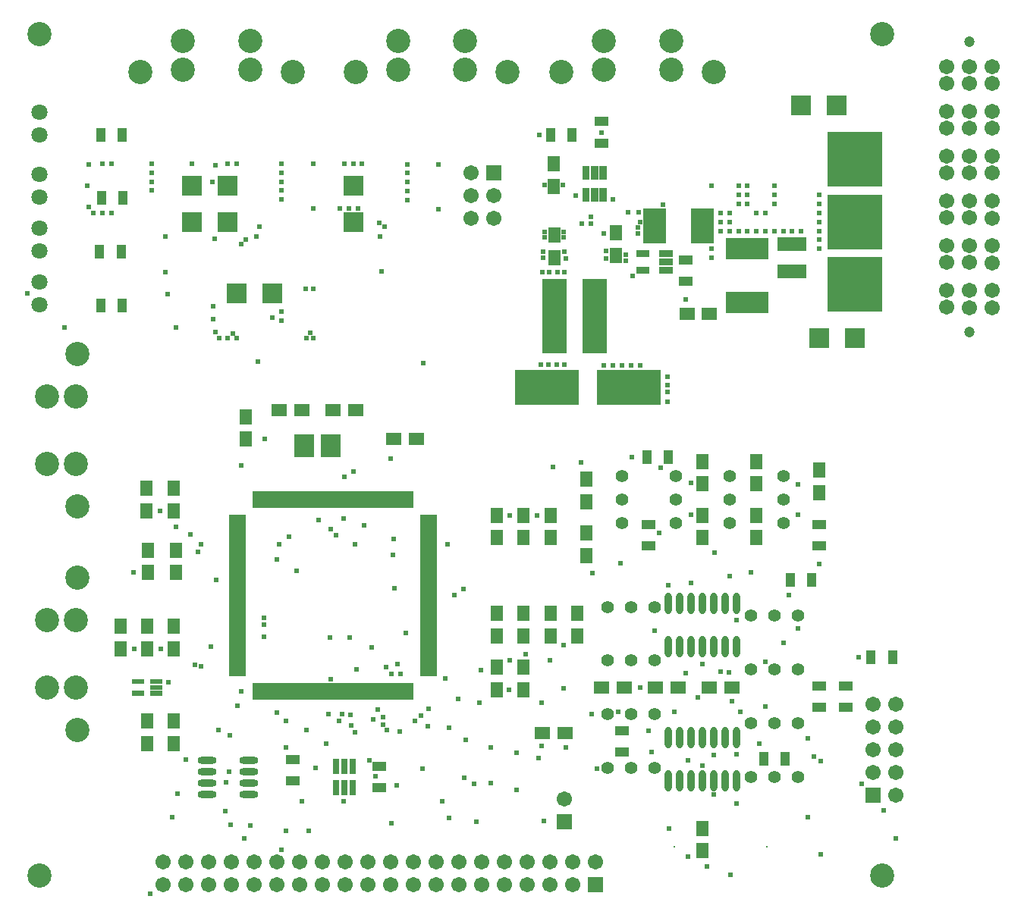
<source format=gts>
G04 Layer_Color=8388736*
%FSLAX25Y25*%
%MOIN*%
G70*
G01*
G75*
%ADD65R,0.12611X0.06312*%
%ADD66R,0.18713X0.09265*%
%ADD67R,0.11036X0.33083*%
%ADD68R,0.24422X0.24422*%
%ADD69R,0.08674X0.08674*%
%ADD70R,0.08674X0.08674*%
%ADD71R,0.08674X0.10249*%
%ADD72O,0.08280X0.03162*%
%ADD73O,0.03162X0.09461*%
%ADD74R,0.03162X0.06706*%
%ADD75R,0.04343X0.05918*%
%ADD76R,0.05918X0.04343*%
%ADD77R,0.05721X0.06706*%
%ADD78R,0.06706X0.05721*%
%ADD79R,0.01981X0.07493*%
%ADD80R,0.07493X0.01981*%
%ADD81R,0.28359X0.15800*%
%ADD82R,0.09855X0.15761*%
%ADD83C,0.07099*%
%ADD84C,0.06706*%
%ADD85C,0.04737*%
%ADD86C,0.10642*%
%ADD87R,0.06706X0.06706*%
%ADD88R,0.06706X0.06706*%
%ADD89C,0.05524*%
%ADD90R,0.00800X0.00800*%
%ADD91C,0.02400*%
G36*
X378109Y374936D02*
X372321D01*
Y377924D01*
X378109D01*
Y374936D01*
D02*
G37*
G36*
X164274Y194420D02*
X158887D01*
Y196607D01*
X164274D01*
Y194420D01*
D02*
G37*
G36*
X388309Y378636D02*
X382521D01*
Y381624D01*
X388309D01*
Y378636D01*
D02*
G37*
G36*
Y374936D02*
X382521D01*
Y377924D01*
X388309D01*
Y374936D01*
D02*
G37*
G36*
X164274Y189220D02*
X158887D01*
Y191407D01*
X164274D01*
Y189220D01*
D02*
G37*
G36*
X156074D02*
X150687D01*
Y191407D01*
X156074D01*
Y189220D01*
D02*
G37*
G36*
Y194420D02*
X150687D01*
Y196607D01*
X156074D01*
Y194420D01*
D02*
G37*
G36*
X164274Y191820D02*
X158887D01*
Y194007D01*
X164274D01*
Y191820D01*
D02*
G37*
G36*
X351969Y416378D02*
X348819D01*
Y422283D01*
X351969D01*
Y416378D01*
D02*
G37*
G36*
X359449Y406496D02*
X356299D01*
Y412402D01*
X359449D01*
Y406496D01*
D02*
G37*
G36*
Y416378D02*
X356299D01*
Y422283D01*
X359449D01*
Y416378D01*
D02*
G37*
G36*
X355709D02*
X352559D01*
Y422283D01*
X355709D01*
Y416378D01*
D02*
G37*
G36*
X388309Y382336D02*
X382521D01*
Y385324D01*
X388309D01*
Y382336D01*
D02*
G37*
G36*
X378109D02*
X372321D01*
Y385324D01*
X378109D01*
Y382336D01*
D02*
G37*
G36*
X355709Y406496D02*
X352559D01*
Y412402D01*
X355709D01*
Y406496D01*
D02*
G37*
G36*
X351969D02*
X348819D01*
Y412402D01*
X351969D01*
Y406496D01*
D02*
G37*
D65*
X440945Y375886D02*
D03*
Y387894D02*
D03*
D66*
X421260Y385925D02*
D03*
Y362106D02*
D03*
D67*
X336417Y356319D02*
D03*
X354134D02*
D03*
D68*
X468504Y370079D02*
D03*
Y397638D02*
D03*
Y425197D02*
D03*
D69*
X468504Y346457D02*
D03*
X452756D02*
D03*
X444882Y448819D02*
D03*
X460630D02*
D03*
X212598Y366142D02*
D03*
X196850D02*
D03*
D70*
X192913Y397638D02*
D03*
Y413386D02*
D03*
X177165Y397638D02*
D03*
Y413386D02*
D03*
X248031Y397638D02*
D03*
Y413386D02*
D03*
D71*
X238189Y299213D02*
D03*
X226378D02*
D03*
D72*
X183661Y161043D02*
D03*
Y156043D02*
D03*
Y151043D02*
D03*
Y146043D02*
D03*
X202165Y161043D02*
D03*
Y156043D02*
D03*
Y151043D02*
D03*
Y146043D02*
D03*
D73*
X416575Y170866D02*
D03*
X411575D02*
D03*
X406575D02*
D03*
X401575D02*
D03*
X396575D02*
D03*
X391575D02*
D03*
X386575D02*
D03*
X416575Y151969D02*
D03*
X411575D02*
D03*
X406575D02*
D03*
X401575D02*
D03*
X396575D02*
D03*
X391575D02*
D03*
X386575D02*
D03*
X416575Y229921D02*
D03*
X411575D02*
D03*
X406575D02*
D03*
X401575D02*
D03*
X396575D02*
D03*
X391575D02*
D03*
X386575D02*
D03*
X416575Y211024D02*
D03*
X411575D02*
D03*
X406575D02*
D03*
X401575D02*
D03*
X396575D02*
D03*
X391575D02*
D03*
X386575D02*
D03*
D74*
X240354Y149016D02*
D03*
X244094D02*
D03*
X247835D02*
D03*
Y158071D02*
D03*
X244094D02*
D03*
X240354D02*
D03*
D75*
X146850Y408268D02*
D03*
X137402D02*
D03*
X146457Y435827D02*
D03*
X137008D02*
D03*
X146063Y384646D02*
D03*
X136614D02*
D03*
X137008Y361024D02*
D03*
X146457D02*
D03*
X377165Y294094D02*
D03*
X386614D02*
D03*
X485039Y206299D02*
D03*
X475591D02*
D03*
X440158Y240158D02*
D03*
X449606D02*
D03*
X437795Y161417D02*
D03*
X428346D02*
D03*
X344094Y436043D02*
D03*
X334646D02*
D03*
D76*
X221457Y151772D02*
D03*
Y161221D02*
D03*
X259449Y158268D02*
D03*
Y148819D02*
D03*
X377953Y264567D02*
D03*
Y255118D02*
D03*
X452756Y193701D02*
D03*
Y184252D02*
D03*
Y264567D02*
D03*
Y255118D02*
D03*
X366142Y164567D02*
D03*
Y174016D02*
D03*
X464567Y193701D02*
D03*
Y184252D02*
D03*
X357087Y441752D02*
D03*
Y432303D02*
D03*
X394094Y371567D02*
D03*
Y381016D02*
D03*
D77*
X350394Y250984D02*
D03*
Y260827D02*
D03*
Y274606D02*
D03*
Y284449D02*
D03*
X425197Y258858D02*
D03*
Y268701D02*
D03*
Y282480D02*
D03*
Y292323D02*
D03*
X401575Y258858D02*
D03*
Y268701D02*
D03*
Y282480D02*
D03*
Y292323D02*
D03*
X346457Y215551D02*
D03*
Y225394D02*
D03*
X401575Y130905D02*
D03*
Y121063D02*
D03*
X322835Y201772D02*
D03*
Y191929D02*
D03*
X145669Y219882D02*
D03*
Y210039D02*
D03*
X157480Y219882D02*
D03*
Y210039D02*
D03*
X169291Y219882D02*
D03*
Y210039D02*
D03*
X157874Y253346D02*
D03*
Y243504D02*
D03*
X334646Y215551D02*
D03*
Y225394D02*
D03*
Y258858D02*
D03*
Y268701D02*
D03*
X157087Y280512D02*
D03*
Y270669D02*
D03*
X322835Y215551D02*
D03*
Y225394D02*
D03*
Y258858D02*
D03*
Y268701D02*
D03*
X169291Y280512D02*
D03*
Y270669D02*
D03*
X170079Y253346D02*
D03*
Y243504D02*
D03*
X157480Y168307D02*
D03*
Y178150D02*
D03*
X311024Y258858D02*
D03*
Y268701D02*
D03*
Y201772D02*
D03*
Y191929D02*
D03*
Y215551D02*
D03*
Y225394D02*
D03*
X169291Y168307D02*
D03*
Y178150D02*
D03*
X452756Y278543D02*
D03*
Y288386D02*
D03*
X200787Y312008D02*
D03*
Y302165D02*
D03*
X336417Y391752D02*
D03*
Y381909D02*
D03*
X363386Y382886D02*
D03*
Y392728D02*
D03*
X336221Y413209D02*
D03*
Y423051D02*
D03*
D78*
X357283Y192913D02*
D03*
X367126D02*
D03*
X380906D02*
D03*
X390748D02*
D03*
X404528Y357283D02*
D03*
X394685D02*
D03*
X275787Y302362D02*
D03*
X265945D02*
D03*
X404528Y192913D02*
D03*
X414370D02*
D03*
X215551Y314961D02*
D03*
X225394D02*
D03*
X249016D02*
D03*
X239173D02*
D03*
X341142Y172835D02*
D03*
X331299D02*
D03*
D79*
X204724Y191142D02*
D03*
X206693D02*
D03*
X208661D02*
D03*
X210630D02*
D03*
X212598D02*
D03*
X214567D02*
D03*
X216535D02*
D03*
X218504D02*
D03*
X220472D02*
D03*
X222441D02*
D03*
X224410D02*
D03*
X226378D02*
D03*
X228346D02*
D03*
X230315D02*
D03*
X232283D02*
D03*
X234252D02*
D03*
X236221D02*
D03*
X238189D02*
D03*
X240158D02*
D03*
X242126D02*
D03*
X244094D02*
D03*
X246063D02*
D03*
X248031D02*
D03*
X250000D02*
D03*
X251969D02*
D03*
X253937D02*
D03*
X255906D02*
D03*
X257874D02*
D03*
X259842D02*
D03*
X261811D02*
D03*
X263779D02*
D03*
X265748D02*
D03*
X267717D02*
D03*
X269685D02*
D03*
X271654D02*
D03*
X273622D02*
D03*
Y275394D02*
D03*
X271654D02*
D03*
X269685D02*
D03*
X267717D02*
D03*
X265748D02*
D03*
X263779D02*
D03*
X261811D02*
D03*
X259842D02*
D03*
X257874D02*
D03*
X255906D02*
D03*
X253937D02*
D03*
X251969D02*
D03*
X250000D02*
D03*
X248031D02*
D03*
X246063D02*
D03*
X244094D02*
D03*
X242126D02*
D03*
X240158D02*
D03*
X238189D02*
D03*
X236221D02*
D03*
X234252D02*
D03*
X232283D02*
D03*
X230315D02*
D03*
X228346D02*
D03*
X226378D02*
D03*
X224410D02*
D03*
X222441D02*
D03*
X220472D02*
D03*
X218504D02*
D03*
X216535D02*
D03*
X214567D02*
D03*
X212598D02*
D03*
X210630D02*
D03*
X208661D02*
D03*
X206693D02*
D03*
X204724D02*
D03*
D80*
X281299Y198819D02*
D03*
Y200787D02*
D03*
Y202756D02*
D03*
Y204724D02*
D03*
Y206693D02*
D03*
Y208661D02*
D03*
Y210630D02*
D03*
Y212598D02*
D03*
Y214567D02*
D03*
Y216535D02*
D03*
Y218504D02*
D03*
Y220472D02*
D03*
Y222441D02*
D03*
Y224410D02*
D03*
Y226378D02*
D03*
Y228346D02*
D03*
Y230315D02*
D03*
Y232283D02*
D03*
Y234252D02*
D03*
Y236221D02*
D03*
Y238189D02*
D03*
Y240158D02*
D03*
Y242126D02*
D03*
Y244094D02*
D03*
Y246063D02*
D03*
Y248031D02*
D03*
Y250000D02*
D03*
Y251969D02*
D03*
Y253937D02*
D03*
Y255906D02*
D03*
Y257874D02*
D03*
Y259842D02*
D03*
Y261811D02*
D03*
Y263779D02*
D03*
Y265748D02*
D03*
Y267717D02*
D03*
X197047D02*
D03*
Y265748D02*
D03*
Y263779D02*
D03*
Y261811D02*
D03*
Y259842D02*
D03*
Y257874D02*
D03*
Y255906D02*
D03*
Y253937D02*
D03*
Y251969D02*
D03*
Y250000D02*
D03*
Y248031D02*
D03*
Y246063D02*
D03*
Y244094D02*
D03*
Y242126D02*
D03*
Y240158D02*
D03*
Y238189D02*
D03*
Y236221D02*
D03*
Y234252D02*
D03*
Y232283D02*
D03*
Y230315D02*
D03*
Y228346D02*
D03*
Y226378D02*
D03*
Y224410D02*
D03*
Y222441D02*
D03*
Y220472D02*
D03*
Y218504D02*
D03*
Y216535D02*
D03*
Y214567D02*
D03*
Y212598D02*
D03*
Y210630D02*
D03*
Y208661D02*
D03*
Y206693D02*
D03*
Y204724D02*
D03*
Y202756D02*
D03*
Y200787D02*
D03*
Y198819D02*
D03*
D81*
X369134Y324803D02*
D03*
X333118D02*
D03*
D82*
X401378Y395976D02*
D03*
X380512D02*
D03*
D83*
X110236Y394764D02*
D03*
Y384764D02*
D03*
Y408386D02*
D03*
Y418386D02*
D03*
Y371142D02*
D03*
Y361142D02*
D03*
Y435945D02*
D03*
Y445945D02*
D03*
D84*
X508858Y458504D02*
D03*
Y446220D02*
D03*
Y426535D02*
D03*
Y406850D02*
D03*
Y387165D02*
D03*
Y367480D02*
D03*
Y438819D02*
D03*
Y419134D02*
D03*
Y399449D02*
D03*
Y379764D02*
D03*
Y465906D02*
D03*
Y360079D02*
D03*
X518858Y360039D02*
D03*
Y367441D02*
D03*
X528858Y367402D02*
D03*
Y360000D02*
D03*
X518858Y379724D02*
D03*
X528858Y379685D02*
D03*
X518858Y387126D02*
D03*
X528858Y387087D02*
D03*
Y406772D02*
D03*
X518858Y406811D02*
D03*
X528858Y399370D02*
D03*
X518858Y399410D02*
D03*
X528858Y426457D02*
D03*
X518858Y426496D02*
D03*
X528858Y419055D02*
D03*
X518858Y419095D02*
D03*
X528858Y446142D02*
D03*
X518858Y446181D02*
D03*
X528858Y438740D02*
D03*
X518858Y438779D02*
D03*
X528858Y465827D02*
D03*
X518858Y465866D02*
D03*
X528858Y458425D02*
D03*
X518858Y458465D02*
D03*
X299843Y399291D02*
D03*
X309842D02*
D03*
X299843Y409291D02*
D03*
X309842D02*
D03*
X299843Y419291D02*
D03*
X486378Y145669D02*
D03*
X476378Y155669D02*
D03*
X486378D02*
D03*
X476378Y165669D02*
D03*
X486378D02*
D03*
X476378Y175669D02*
D03*
X486378D02*
D03*
X476378Y185669D02*
D03*
X486378D02*
D03*
X354331Y116299D02*
D03*
X344331Y106299D02*
D03*
Y116299D02*
D03*
X334331Y106299D02*
D03*
Y116299D02*
D03*
X324331Y106299D02*
D03*
Y116299D02*
D03*
X314331Y106299D02*
D03*
Y116299D02*
D03*
X304331Y106299D02*
D03*
Y116299D02*
D03*
X294331Y106299D02*
D03*
Y116299D02*
D03*
X284331Y106299D02*
D03*
Y116299D02*
D03*
X274331Y106299D02*
D03*
Y116299D02*
D03*
X264331Y106299D02*
D03*
Y116299D02*
D03*
X254331Y106299D02*
D03*
Y116299D02*
D03*
X244331Y106299D02*
D03*
Y116299D02*
D03*
X234331Y106299D02*
D03*
Y116299D02*
D03*
X224331Y106299D02*
D03*
Y116299D02*
D03*
X214331Y106299D02*
D03*
Y116299D02*
D03*
X204331Y106299D02*
D03*
Y116299D02*
D03*
X194331Y106299D02*
D03*
Y116299D02*
D03*
X184331Y106299D02*
D03*
Y116299D02*
D03*
X174331Y106299D02*
D03*
Y116299D02*
D03*
X164331Y106299D02*
D03*
Y116299D02*
D03*
X340945Y143858D02*
D03*
D85*
X518858Y349213D02*
D03*
Y476772D02*
D03*
D86*
X480315Y480315D02*
D03*
X406457Y463583D02*
D03*
X339567D02*
D03*
X387756Y464567D02*
D03*
Y477087D02*
D03*
X358268D02*
D03*
Y464567D02*
D03*
X315905Y463583D02*
D03*
X249016D02*
D03*
X297205Y464567D02*
D03*
Y477087D02*
D03*
X267717D02*
D03*
Y464567D02*
D03*
X126969Y241102D02*
D03*
Y174213D02*
D03*
X125984Y222402D02*
D03*
X113465D02*
D03*
Y192913D02*
D03*
X125984D02*
D03*
X221417Y463583D02*
D03*
X154528D02*
D03*
X202716Y464567D02*
D03*
Y477087D02*
D03*
X173228D02*
D03*
Y464567D02*
D03*
X126969Y339528D02*
D03*
Y272638D02*
D03*
X125984Y320827D02*
D03*
X113465D02*
D03*
Y291339D02*
D03*
X125984D02*
D03*
X480315Y110236D02*
D03*
X110236D02*
D03*
Y480315D02*
D03*
D87*
X309842Y419291D02*
D03*
X476378Y145669D02*
D03*
X340945Y133858D02*
D03*
D88*
X354331Y106299D02*
D03*
D89*
X366142Y275590D02*
D03*
Y265354D02*
D03*
Y285827D02*
D03*
X389764D02*
D03*
Y265354D02*
D03*
Y275590D02*
D03*
X413386D02*
D03*
Y265354D02*
D03*
Y285827D02*
D03*
X437008D02*
D03*
Y265354D02*
D03*
Y275590D02*
D03*
X433071Y153543D02*
D03*
X443307D02*
D03*
X422835D02*
D03*
Y177165D02*
D03*
X443307D02*
D03*
X433071D02*
D03*
Y200787D02*
D03*
X443307D02*
D03*
X422835D02*
D03*
Y224410D02*
D03*
X443307D02*
D03*
X433071D02*
D03*
X370079Y157480D02*
D03*
X380315D02*
D03*
X359842D02*
D03*
Y181102D02*
D03*
X380315D02*
D03*
X370079D02*
D03*
Y204724D02*
D03*
X380315D02*
D03*
X359842D02*
D03*
Y228346D02*
D03*
X380315D02*
D03*
X370079D02*
D03*
D90*
X388976Y122835D02*
D03*
X429921D02*
D03*
D91*
X386221Y329528D02*
D03*
Y325984D02*
D03*
Y322835D02*
D03*
Y318504D02*
D03*
X193307Y155905D02*
D03*
X330807Y186221D02*
D03*
X352755Y181102D02*
D03*
X413386Y241732D02*
D03*
X334330Y205039D02*
D03*
X308563Y150787D02*
D03*
X319685Y148031D02*
D03*
X268504Y173622D02*
D03*
X264960Y198819D02*
D03*
X247244Y176378D02*
D03*
X248819Y173228D02*
D03*
X417323Y405512D02*
D03*
Y409449D02*
D03*
Y413386D02*
D03*
X405512D02*
D03*
Y381890D02*
D03*
Y385827D02*
D03*
X421260Y413386D02*
D03*
Y409449D02*
D03*
Y405512D02*
D03*
X425197Y401575D02*
D03*
X429134D02*
D03*
X433071Y405512D02*
D03*
Y409449D02*
D03*
Y413386D02*
D03*
X444882Y393701D02*
D03*
X440945D02*
D03*
X437008D02*
D03*
X433071D02*
D03*
X429134D02*
D03*
X425197D02*
D03*
X421260D02*
D03*
X417323D02*
D03*
X413386Y401575D02*
D03*
Y397638D02*
D03*
Y393701D02*
D03*
X409449Y401575D02*
D03*
Y397638D02*
D03*
Y393701D02*
D03*
X452756Y385827D02*
D03*
Y389764D02*
D03*
Y393701D02*
D03*
Y397638D02*
D03*
Y401575D02*
D03*
Y405512D02*
D03*
Y409449D02*
D03*
X176378Y260236D02*
D03*
X170079Y263386D02*
D03*
Y351181D02*
D03*
X121260D02*
D03*
X340551Y390945D02*
D03*
Y393307D02*
D03*
X332283D02*
D03*
Y390945D02*
D03*
X359055Y385039D02*
D03*
Y381496D02*
D03*
X367717Y383071D02*
D03*
Y380709D02*
D03*
X370866Y374016D02*
D03*
X345669Y409055D02*
D03*
X384252Y405118D02*
D03*
X373622Y401968D02*
D03*
X374016Y397638D02*
D03*
X373228Y395276D02*
D03*
Y392520D02*
D03*
X362205Y407480D02*
D03*
X368898Y401968D02*
D03*
X358268Y392520D02*
D03*
X352362Y400000D02*
D03*
Y396850D02*
D03*
X348425D02*
D03*
X340158Y413779D02*
D03*
X332283D02*
D03*
X357087Y437008D02*
D03*
X481299Y138779D02*
D03*
X471457Y150591D02*
D03*
X174331Y161299D02*
D03*
X288386Y196850D02*
D03*
X294291Y187992D02*
D03*
X304232Y200689D02*
D03*
X340551Y211614D02*
D03*
X323818Y207677D02*
D03*
X316929Y204724D02*
D03*
X403543Y114173D02*
D03*
X168307Y135827D02*
D03*
X170866Y146063D02*
D03*
X178347Y202756D02*
D03*
X218504Y166535D02*
D03*
Y178150D02*
D03*
X413779Y110630D02*
D03*
X416575Y163425D02*
D03*
X329528Y161811D02*
D03*
X319685Y164173D02*
D03*
X416575Y141732D02*
D03*
X426378Y168110D02*
D03*
X416535Y222441D02*
D03*
X181102Y202362D02*
D03*
X179921Y252464D02*
D03*
X197000Y184890D02*
D03*
X223228Y244094D02*
D03*
X216535Y121653D02*
D03*
X181102Y255906D02*
D03*
X486378Y126614D02*
D03*
X453543Y160630D02*
D03*
Y119685D02*
D03*
X447638Y170472D02*
D03*
X447638Y135827D02*
D03*
X290158Y175197D02*
D03*
Y135433D02*
D03*
X218504Y129921D02*
D03*
X228346D02*
D03*
X202756Y132283D02*
D03*
X194095Y132677D02*
D03*
X330709Y167323D02*
D03*
X331890Y134252D02*
D03*
X252953Y264370D02*
D03*
X243701Y267323D02*
D03*
X227559Y174257D02*
D03*
X237205Y181102D02*
D03*
X243701Y142913D02*
D03*
X225590D02*
D03*
X166929Y195276D02*
D03*
X158661Y102362D02*
D03*
X396575Y282953D02*
D03*
X396457Y268898D02*
D03*
X418110Y182283D02*
D03*
X380315Y217717D02*
D03*
X388976Y182283D02*
D03*
X382480Y260827D02*
D03*
X452756Y247244D02*
D03*
X450394Y162598D02*
D03*
X377953Y174016D02*
D03*
X238189Y262598D02*
D03*
X244094Y285433D02*
D03*
X348031Y291732D02*
D03*
X248031Y287795D02*
D03*
X335827Y289764D02*
D03*
X240551Y259842D02*
D03*
X353150Y243307D02*
D03*
X422835Y243701D02*
D03*
X208661Y223622D02*
D03*
X281102Y183465D02*
D03*
X355118Y157087D02*
D03*
X278346D02*
D03*
X267323Y203150D02*
D03*
X208661Y215354D02*
D03*
X386614Y237795D02*
D03*
X287008Y142913D02*
D03*
X394094Y363386D02*
D03*
Y199213D02*
D03*
X374016Y192913D02*
D03*
X401575Y203150D02*
D03*
X443307Y218898D02*
D03*
X439370Y233465D02*
D03*
X396575Y238976D02*
D03*
X443307Y268898D02*
D03*
Y282283D02*
D03*
X437008Y212598D02*
D03*
X412992Y199606D02*
D03*
X406693Y252362D02*
D03*
X365354Y247638D02*
D03*
X212598Y355512D02*
D03*
X205512Y391339D02*
D03*
X165354D02*
D03*
X259842D02*
D03*
X260433Y375787D02*
D03*
X165354Y375590D02*
D03*
X214567Y249213D02*
D03*
X256693Y178740D02*
D03*
X262587Y201957D02*
D03*
X215354Y255906D02*
D03*
X206299Y336221D02*
D03*
X278740Y335433D02*
D03*
X268701Y198819D02*
D03*
X271260Y216929D02*
D03*
X280709Y175984D02*
D03*
X166535Y365748D02*
D03*
X104724Y366142D02*
D03*
X216535Y423228D02*
D03*
Y419291D02*
D03*
Y415354D02*
D03*
Y411417D02*
D03*
Y407480D02*
D03*
X230315Y423228D02*
D03*
Y403543D02*
D03*
X285433Y403353D02*
D03*
Y423038D02*
D03*
X271654Y407290D02*
D03*
Y411227D02*
D03*
Y415164D02*
D03*
Y419101D02*
D03*
Y423038D02*
D03*
X177165Y423228D02*
D03*
X159449D02*
D03*
Y419291D02*
D03*
Y415354D02*
D03*
Y411417D02*
D03*
X216535Y358268D02*
D03*
Y354331D02*
D03*
X230315Y346457D02*
D03*
Y368110D02*
D03*
X329705Y436043D02*
D03*
X328740Y268701D02*
D03*
X316929D02*
D03*
X289370Y255906D02*
D03*
X256299Y210630D02*
D03*
X192126Y151181D02*
D03*
X163386Y210039D02*
D03*
X151969Y209842D02*
D03*
X151378Y243504D02*
D03*
X162992Y270669D02*
D03*
X227165Y368110D02*
D03*
X227559Y346457D02*
D03*
X229134Y348819D02*
D03*
X209252Y302165D02*
D03*
X219685Y259055D02*
D03*
X232677Y266535D02*
D03*
X265945Y258071D02*
D03*
X386811Y130905D02*
D03*
X406575Y145787D02*
D03*
X414370Y186811D02*
D03*
X401575Y158661D02*
D03*
X429134Y204331D02*
D03*
X379134Y164567D02*
D03*
X406575Y163268D02*
D03*
X429134Y184646D02*
D03*
X364567Y182283D02*
D03*
X399606Y188583D02*
D03*
X409449Y200000D02*
D03*
X395276Y161024D02*
D03*
X264567Y293701D02*
D03*
X370472Y294094D02*
D03*
X383071Y289567D02*
D03*
X395276Y118504D02*
D03*
X198819Y290551D02*
D03*
X265354Y251181D02*
D03*
X266142Y236614D02*
D03*
X198819Y191339D02*
D03*
X196850Y346457D02*
D03*
X192913D02*
D03*
X188976D02*
D03*
X186614Y360630D02*
D03*
Y354724D02*
D03*
X187402Y349213D02*
D03*
X141732Y401575D02*
D03*
X137795D02*
D03*
X133858D02*
D03*
X131890Y404331D02*
D03*
X131102Y413386D02*
D03*
X131890Y422835D02*
D03*
X200787Y389764D02*
D03*
X187008Y390158D02*
D03*
X187402Y422441D02*
D03*
X206693Y395669D02*
D03*
X192913Y423228D02*
D03*
X196850D02*
D03*
X186221Y415354D02*
D03*
X198819Y387795D02*
D03*
X141732Y423228D02*
D03*
X137795D02*
D03*
X261811Y395669D02*
D03*
X246063Y403543D02*
D03*
X242126D02*
D03*
X250000D02*
D03*
X251969Y423228D02*
D03*
X248031D02*
D03*
X244094D02*
D03*
X208661Y220472D02*
D03*
X316535Y191929D02*
D03*
X470079Y206299D02*
D03*
X259449Y397244D02*
D03*
X195276Y348425D02*
D03*
X237795Y214961D02*
D03*
X246457D02*
D03*
X185433Y211024D02*
D03*
X243110Y181102D02*
D03*
X246850Y180905D02*
D03*
X255118Y161024D02*
D03*
X241732Y178347D02*
D03*
X187795Y240158D02*
D03*
X341339Y166535D02*
D03*
X340551Y192520D02*
D03*
X292520Y233465D02*
D03*
X296457Y236221D02*
D03*
X331496Y384646D02*
D03*
Y381890D02*
D03*
X340945Y384646D02*
D03*
X341339Y381496D02*
D03*
X340945Y375590D02*
D03*
X337795D02*
D03*
X334252D02*
D03*
X331102D02*
D03*
X340945Y335039D02*
D03*
X337402D02*
D03*
X333858D02*
D03*
X330315D02*
D03*
X374016Y334646D02*
D03*
X358268D02*
D03*
X362205D02*
D03*
X366142D02*
D03*
X370079D02*
D03*
X214567Y181890D02*
D03*
X238189Y196457D02*
D03*
X231398Y157480D02*
D03*
X236024Y168307D02*
D03*
X191929Y138583D02*
D03*
X200000Y126449D02*
D03*
X193898Y171850D02*
D03*
X188878Y174213D02*
D03*
X301181Y150492D02*
D03*
X308381Y166544D02*
D03*
X297342Y169980D02*
D03*
X296949Y153051D02*
D03*
X303543Y186122D02*
D03*
X267224Y150000D02*
D03*
X264764Y133366D02*
D03*
X302165Y133760D02*
D03*
X257776Y153740D02*
D03*
X248819Y255906D02*
D03*
X261024Y179823D02*
D03*
X261122Y176575D02*
D03*
X258858Y183169D02*
D03*
X262907Y174320D02*
D03*
X277953Y180709D02*
D03*
X275197Y178347D02*
D03*
X249583Y200915D02*
D03*
M02*

</source>
